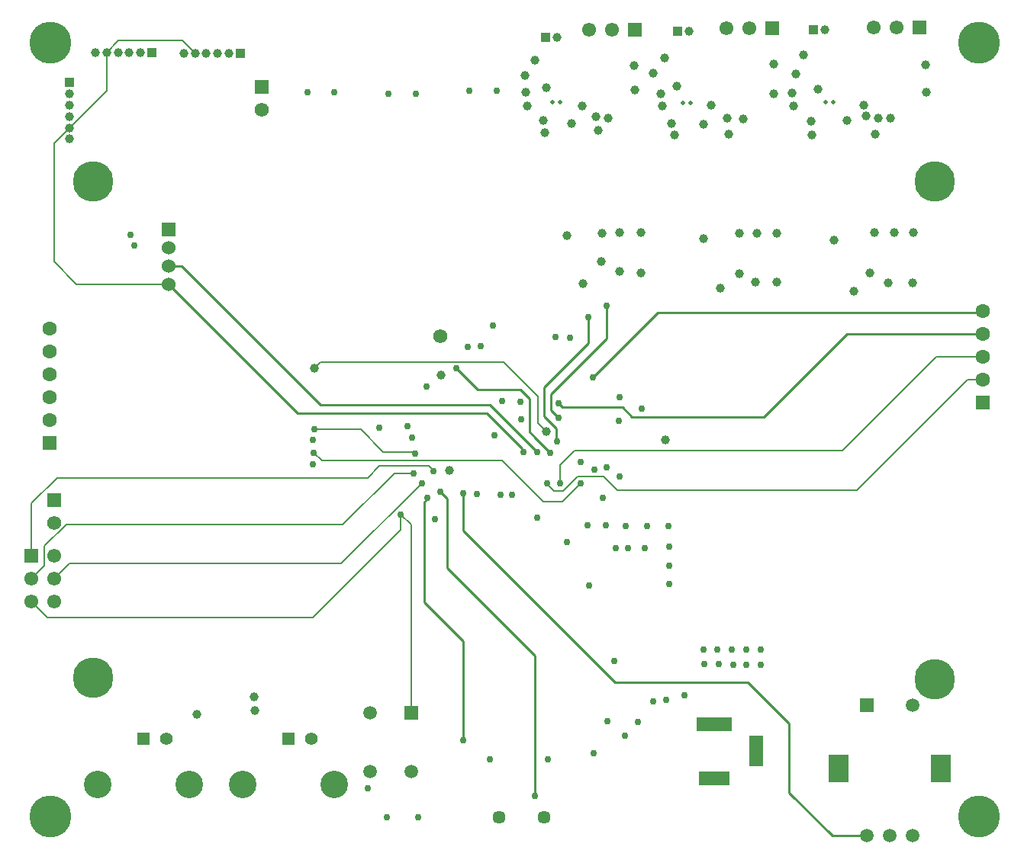
<source format=gbl>
G04*
G04 #@! TF.GenerationSoftware,Altium Limited,Altium Designer,21.8.1 (53)*
G04*
G04 Layer_Physical_Order=4*
G04 Layer_Color=16711680*
%FSLAX25Y25*%
%MOIN*%
G70*
G04*
G04 #@! TF.SameCoordinates,92EEE739-4F3B-4374-ACD8-CC48A347F5D9*
G04*
G04*
G04 #@! TF.FilePolarity,Positive*
G04*
G01*
G75*
%ADD13C,0.00787*%
%ADD14C,0.01000*%
%ADD19C,0.06000*%
%ADD50R,0.03937X0.03937*%
%ADD57R,0.03937X0.03937*%
%ADD79C,0.03937*%
%ADD85C,0.06299*%
%ADD86R,0.06299X0.06299*%
%ADD87R,0.06181X0.06181*%
%ADD88C,0.06181*%
%ADD91C,0.05512*%
%ADD92R,0.05512X0.05512*%
%ADD93C,0.12008*%
%ADD96C,0.06102*%
%ADD103C,0.01968*%
%ADD109R,0.06000X0.06000*%
%ADD110C,0.17717*%
%ADD111R,0.06102X0.06102*%
%ADD112C,0.05906*%
%ADD113R,0.05906X0.05906*%
%ADD114R,0.09055X0.12205*%
%ADD115R,0.05906X0.05906*%
%ADD116C,0.05709*%
%ADD117R,0.06102X0.06102*%
%ADD118C,0.18307*%
%ADD119R,0.15748X0.05906*%
%ADD120R,0.13780X0.05906*%
%ADD121R,0.05906X0.13780*%
%ADD122C,0.03000*%
D13*
X18701Y165354D02*
X154331D01*
X159449Y170472D02*
X181000D01*
X154331Y165354D02*
X159449Y170472D01*
X161221Y176673D02*
X173830D01*
X131207Y186571D02*
X151323D01*
X161221Y176673D01*
X174701Y175802D02*
X175300D01*
X173830Y176673D02*
X174701Y175802D01*
X231201Y154921D02*
X239528D01*
X134313Y172835D02*
X213287D01*
X231201Y154921D01*
X239528D02*
X247444Y162837D01*
X244924Y177404D02*
X361902D01*
X238484Y170965D02*
X244924Y177404D01*
X238484Y162795D02*
Y170965D01*
X181000Y170472D02*
X182677Y168795D01*
Y168209D02*
X183268D01*
X182677D02*
Y168795D01*
X7518Y131282D02*
Y154171D01*
X18701Y165354D01*
X130413Y104331D02*
X168800Y142717D01*
X14470Y104331D02*
X130413D01*
X168800Y142717D02*
Y149402D01*
X143602Y144882D02*
X166142Y167421D01*
X174311D01*
X142913Y127854D02*
X178150Y163091D01*
X24090Y127854D02*
X142913D01*
X130813Y176335D02*
X134313Y172835D01*
X45532Y356496D02*
X73568D01*
X79039Y351026D01*
X40456Y351420D02*
X45532Y356496D01*
X24216Y318447D02*
X40456Y334687D01*
Y351420D01*
X17323Y311554D02*
X24216Y318447D01*
X17323Y259941D02*
Y311554D01*
Y259941D02*
X27269Y249994D01*
X67436D01*
X232776Y162618D02*
X235706Y159687D01*
X232776Y162618D02*
Y162795D01*
X73065Y258042D02*
X73113Y258090D01*
X22653Y144882D02*
X143602D01*
X13286Y135514D02*
X22653Y144882D01*
X17518Y121282D02*
X24090Y127854D01*
X13286Y127050D02*
Y135514D01*
X7518Y121282D02*
X13286Y127050D01*
X7518Y111283D02*
X14470Y104331D01*
X228788Y189214D02*
Y200985D01*
Y189214D02*
X232400Y185602D01*
X131200Y213402D02*
X133681Y215883D01*
X213890D01*
X228788Y200985D01*
X190116Y168746D02*
Y168955D01*
X263462Y160081D02*
X368306D01*
X416528Y208302D01*
X402800Y218302D02*
X423200D01*
X361902Y177404D02*
X402800Y218302D01*
X416528Y208302D02*
X423200D01*
X168800Y149402D02*
X173358Y144844D01*
Y62598D02*
Y144844D01*
X235706Y159687D02*
X239840D01*
X246140Y165987D01*
X257557D01*
X263462Y160081D01*
D14*
X180400Y156084D02*
Y156502D01*
X179232Y110848D02*
Y154917D01*
Y110848D02*
X196037Y94043D01*
X179232Y154917D02*
X180400Y156084D01*
X227500Y26202D02*
Y87756D01*
X189272Y125984D02*
Y156231D01*
Y125984D02*
X227500Y87756D01*
X357340Y8900D02*
X372641D01*
X338484Y27756D02*
Y58071D01*
Y27756D02*
X357340Y8900D01*
X320472Y76083D02*
X338484Y58071D01*
X262598Y76083D02*
X320472D01*
X196263Y142418D02*
Y158506D01*
Y142418D02*
X262598Y76083D01*
X265650Y196260D02*
X269864Y192046D01*
X237843Y197802D02*
X239386Y196260D01*
X265650D01*
X237800Y197802D02*
X237843D01*
X269864Y192046D02*
X327443D01*
X363700Y228302D01*
X252956Y209294D02*
X281265Y237602D01*
X422500D01*
X186100Y159402D02*
X189272Y156231D01*
X231496Y204998D02*
X250700Y224202D01*
X231496Y192364D02*
X236974Y186887D01*
X231496Y192364D02*
Y204998D01*
X234400Y202002D02*
X258700Y226302D01*
X234400Y194902D02*
Y202002D01*
Y194902D02*
X237800Y191502D01*
X236974Y181429D02*
Y186887D01*
X225000Y185624D02*
Y200098D01*
X221207Y203891D02*
X225000Y200098D01*
X202511Y203891D02*
X221207D01*
X225000Y185624D02*
X227888Y182736D01*
X67436Y249994D02*
X123728Y193702D01*
X206494D01*
X67436Y249994D02*
X67490Y250048D01*
X258700Y226302D02*
Y240513D01*
X258661Y240551D02*
X258700Y240513D01*
X206494Y193702D02*
X221938Y178259D01*
X222117Y176885D02*
Y177909D01*
X221938Y178088D02*
Y178259D01*
X222117Y176885D02*
X222500Y176502D01*
X221938Y178088D02*
X222117Y177909D01*
X133800Y197402D02*
X207700D01*
X228600Y176502D01*
X73113Y258090D02*
X133800Y197402D01*
X67436Y257995D02*
X67484Y258042D01*
X73065D01*
X227888Y182715D02*
X234200Y176402D01*
X227888Y182715D02*
Y182736D01*
X363700Y228302D02*
X423200D01*
X422500Y237602D02*
X423200Y238302D01*
X193200Y213202D02*
X202511Y203891D01*
X250700Y224202D02*
Y235602D01*
X196037Y50665D02*
Y94043D01*
D19*
X67436Y249994D02*
D03*
Y257995D02*
D03*
Y265995D02*
D03*
D50*
X60141Y351420D02*
D03*
X349216Y361175D02*
D03*
X98724Y351026D02*
D03*
X289850Y360537D02*
D03*
X232173Y358073D02*
D03*
D57*
X24216Y338132D02*
D03*
D79*
X45377Y351420D02*
D03*
X50298D02*
D03*
X40456D02*
D03*
X55220D02*
D03*
X35535D02*
D03*
X24216Y323369D02*
D03*
Y328290D02*
D03*
Y318447D02*
D03*
Y333211D02*
D03*
Y313526D02*
D03*
X354137Y361175D02*
D03*
X74117Y351026D02*
D03*
X93802D02*
D03*
X79039D02*
D03*
X88881D02*
D03*
X83960D02*
D03*
X294771Y360537D02*
D03*
X237094Y358073D02*
D03*
X363878Y321752D02*
D03*
X259547Y322638D02*
D03*
X254232Y323327D02*
D03*
X318602Y322342D02*
D03*
X311417Y322638D02*
D03*
X284400Y181902D02*
D03*
X232400Y185602D02*
D03*
X131200Y213402D02*
D03*
X190116Y168746D02*
D03*
X186400Y210402D02*
D03*
X104959Y69608D02*
D03*
X79800Y62121D02*
D03*
X104983Y63702D02*
D03*
X344870Y350370D02*
D03*
X284200Y348902D02*
D03*
X227400Y348002D02*
D03*
X331800Y333402D02*
D03*
X255200Y317302D02*
D03*
X248500Y250202D02*
D03*
X288389Y315199D02*
D03*
X241579Y271302D02*
D03*
X348200Y321402D02*
D03*
X231302Y321498D02*
D03*
X248232Y327798D02*
D03*
X231696Y316380D02*
D03*
X224216Y327798D02*
D03*
X223428Y334097D02*
D03*
X223035Y341183D02*
D03*
X243507Y320317D02*
D03*
X312011Y315593D02*
D03*
X232484Y336065D02*
D03*
X270672Y345514D02*
D03*
X271066Y334884D02*
D03*
X287208Y320317D02*
D03*
X256499Y259948D02*
D03*
X264373Y255692D02*
D03*
X273783Y254963D02*
D03*
X308468Y248270D02*
D03*
X289570Y336459D02*
D03*
X283271Y327798D02*
D03*
X300987Y319924D02*
D03*
X304531Y328213D02*
D03*
X300987Y269924D02*
D03*
X279235Y342365D02*
D03*
X282543Y333369D02*
D03*
X316735Y254569D02*
D03*
X323822Y251026D02*
D03*
X333271D02*
D03*
X256791Y272438D02*
D03*
X264461Y272547D02*
D03*
X273822Y272679D02*
D03*
X375791D02*
D03*
X316735Y272286D02*
D03*
X324609D02*
D03*
X333271D02*
D03*
X348625Y315199D02*
D03*
X340357Y327798D02*
D03*
X339747Y333522D02*
D03*
X350987Y335278D02*
D03*
X341539Y341971D02*
D03*
X331696Y346302D02*
D03*
X366735Y247089D02*
D03*
X392326Y250632D02*
D03*
X381696D02*
D03*
X373822Y254963D02*
D03*
X358074Y269136D02*
D03*
X384452Y272679D02*
D03*
X392720D02*
D03*
X376184Y315593D02*
D03*
X377365Y322679D02*
D03*
X372244Y323524D02*
D03*
X382877Y322679D02*
D03*
X371066Y328191D02*
D03*
X398625Y334097D02*
D03*
X398232Y345908D02*
D03*
D85*
X423200Y238302D02*
D03*
Y228302D02*
D03*
Y208302D02*
D03*
Y218302D02*
D03*
X15500Y210602D02*
D03*
Y190602D02*
D03*
Y200602D02*
D03*
Y220602D02*
D03*
Y230602D02*
D03*
D86*
X423200Y198302D02*
D03*
X15500Y180602D02*
D03*
D87*
X17518Y155787D02*
D03*
X108100Y336202D02*
D03*
D88*
X17518Y145787D02*
D03*
X186200Y227402D02*
D03*
X108100Y326202D02*
D03*
D91*
X129665Y51279D02*
D03*
X66496D02*
D03*
D92*
X119665D02*
D03*
X56496D02*
D03*
D93*
X139665Y31280D02*
D03*
X99665D02*
D03*
X76496D02*
D03*
X36496D02*
D03*
D96*
X311066Y362050D02*
D03*
X321066D02*
D03*
X251224Y361262D02*
D03*
X261224D02*
D03*
X17518Y111283D02*
D03*
Y121282D02*
D03*
Y131282D02*
D03*
X7518Y111283D02*
D03*
Y121282D02*
D03*
X385397Y362443D02*
D03*
X375397D02*
D03*
D103*
X292271Y329372D02*
D03*
X295598D02*
D03*
X238511Y329766D02*
D03*
X235185D02*
D03*
X357871Y329569D02*
D03*
X354544D02*
D03*
D109*
X67436Y273994D02*
D03*
D110*
X402169Y295121D02*
D03*
X34452D02*
D03*
Y77798D02*
D03*
X402169Y77404D02*
D03*
D111*
X331066Y362050D02*
D03*
X271224Y361262D02*
D03*
X395397Y362443D02*
D03*
D112*
X173358Y37007D02*
D03*
X155642D02*
D03*
Y62598D02*
D03*
X392326Y65987D02*
D03*
X372641Y8900D02*
D03*
X382484D02*
D03*
X392326D02*
D03*
D113*
X173358Y62598D02*
D03*
D114*
X360043Y38428D02*
D03*
X404924D02*
D03*
D115*
X372641Y65987D02*
D03*
D116*
X231500Y16802D02*
D03*
X211815D02*
D03*
D117*
X7518Y131282D02*
D03*
D118*
X15948Y355750D02*
D03*
X421460D02*
D03*
X15948Y17168D02*
D03*
X421460D02*
D03*
D119*
X305712Y57719D02*
D03*
D120*
Y34097D02*
D03*
D121*
X324216Y45908D02*
D03*
D122*
X174311Y167421D02*
D03*
X183268Y168209D02*
D03*
X178150Y163091D02*
D03*
X258661Y240551D02*
D03*
X232776Y162795D02*
D03*
X238484D02*
D03*
X264567Y165847D02*
D03*
X279000Y67502D02*
D03*
X52461Y266929D02*
D03*
X50689Y271752D02*
D03*
X247638Y172244D02*
D03*
X253494Y168909D02*
D03*
X258700Y170102D02*
D03*
X217500Y157902D02*
D03*
X237800Y191502D02*
D03*
Y197802D02*
D03*
X237000Y181402D02*
D03*
X212600Y157802D02*
D03*
X202300Y158202D02*
D03*
X180038Y205302D02*
D03*
X176600Y17002D02*
D03*
X162900Y17102D02*
D03*
X193200Y213202D02*
D03*
X203700Y222802D02*
D03*
X198000Y222702D02*
D03*
X154524Y29621D02*
D03*
X183656Y147202D02*
D03*
X228400Y147802D02*
D03*
X242900Y226702D02*
D03*
X236600Y226902D02*
D03*
X250700Y235602D02*
D03*
X209193Y231933D02*
D03*
X198700Y334502D02*
D03*
X168800Y149402D02*
D03*
X180400Y156502D02*
D03*
X175300Y175802D02*
D03*
X186100Y159402D02*
D03*
X171862Y188002D02*
D03*
X159600Y187402D02*
D03*
X234200Y176402D02*
D03*
X228600Y176502D02*
D03*
X222500D02*
D03*
X173956Y182802D02*
D03*
X262230Y85333D02*
D03*
X241600Y137202D02*
D03*
X233300Y42302D02*
D03*
X227500Y26202D02*
D03*
X253000Y44802D02*
D03*
X266700Y52702D02*
D03*
X196037Y50665D02*
D03*
X130420Y181846D02*
D03*
X131207Y186571D02*
D03*
X130813Y176335D02*
D03*
X130420Y171217D02*
D03*
X256991Y156636D02*
D03*
X247444Y162837D02*
D03*
X207680Y42365D02*
D03*
X196263Y158506D02*
D03*
X139964Y334097D02*
D03*
X210830Y334491D02*
D03*
X258500Y144502D02*
D03*
X250500Y144702D02*
D03*
X250987Y118349D02*
D03*
X285800Y144302D02*
D03*
X213100Y199102D02*
D03*
X163586Y333310D02*
D03*
X175397D02*
D03*
X128153Y334097D02*
D03*
X259255Y58900D02*
D03*
X262798Y134491D02*
D03*
X267100Y144402D02*
D03*
X268310Y134491D02*
D03*
X276500Y144202D02*
D03*
X275397Y134491D02*
D03*
X319885Y83703D02*
D03*
X313980D02*
D03*
X301381Y84097D02*
D03*
X307680D02*
D03*
X300987Y90396D02*
D03*
X319885D02*
D03*
X307287D02*
D03*
X313586D02*
D03*
X326184D02*
D03*
X286300Y119002D02*
D03*
X286200Y127102D02*
D03*
X286100Y135202D02*
D03*
X263980Y190396D02*
D03*
X274216Y195514D02*
D03*
X264373Y200632D02*
D03*
X284846Y68349D02*
D03*
X292720Y70317D02*
D03*
X326184Y83703D02*
D03*
X272541Y58775D02*
D03*
X252956Y209294D02*
D03*
X209900Y184002D02*
D03*
X221200Y198702D02*
D03*
X221500Y190802D02*
D03*
M02*

</source>
